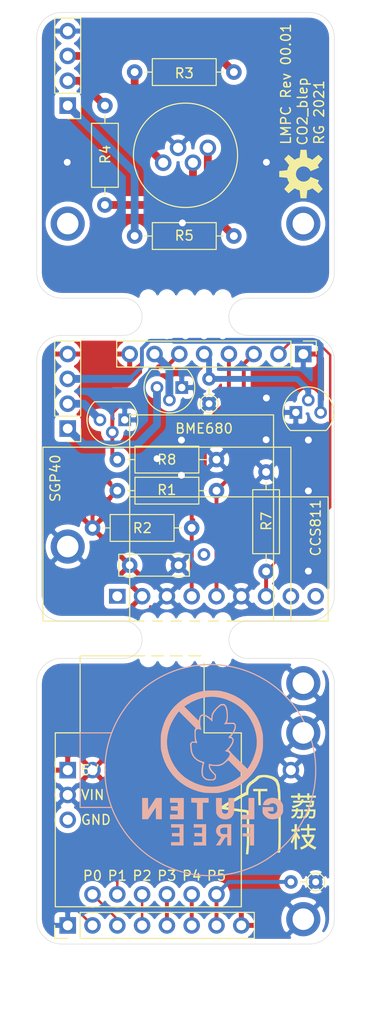
<source format=kicad_pcb>
(kicad_pcb (version 20171130) (host pcbnew 5.1.6)
  (layers (0 F.Cu signal) (31 B.Cu signal) (34 B.Paste user) (35 F.Paste user) (36 B.SilkS user) (37 F.SilkS user) (38 B.Mask user) (39 F.Mask user) (44 Edge.Cuts user))
  (net 0 "")
  (net 1 GND)
  (net 2 +3V0)
  (net 3 /LED_C_R)
  (net 4 /LED_C_G)
  (net 5 /LED_C_B)
  (net 6 /P3)
  (net 7 /P4)
  (net 8 /P5)
  (net 9 /SDA)
  (net 10 /SCL)
  (net 11 /CS)
  (net 12 "Net-(U1-Pad3)")
  (net 13 "Net-(U2-Pad1)")
  (net 14 "Net-(U2-Pad8)")
  (net 15 "Net-(U2-Pad9)")
  (net 16 "Net-(D1-Pad4)")
  (net 17 "Net-(D1-Pad3)")
  (net 18 "Net-(D1-Pad2)")
  (module co2_blep:untitled (layer F.Cu) (at 126.7 138)
    (fp_text reference G*** hide)
    (fp_text value LOGO hide)
  )
  (module Aesthetics:OSHW-LOGO-M (layer F.Cu) (at 132.1 72.4 90)
    (fp_text reference "" (at 0 0 90) (layer F.SilkS) (effects (font (size 1.524 1.524))))
    (fp_text value "" (at 0 0 90) (layer F.SilkS) (effects (font (size 1.524 1.524))))
  )
  (module co2_blep:gf2 (layer B.Cu) (at 123 133.3 180)
    (fp_text reference G*** hide)
    (fp_text value LOGO hide)
  )
  (module co2_blep:soupe (layer F.Cu) (at 132.1 138.6)
    (fp_text reference G*** hide)
    (fp_text value LOGO hide)
  )
  (module co2_blep:0.8mm_hole (layer F.Cu) (at 120.015 118.11)
    (fp_text reference H17 hide)
    (fp_text value MountingHole)
    (pad "" np_thru_hole circle (at 0 0) (size 0.8 0.8) (drill 0.8) (layers *.Cu *.Mask))
  )
  (module co2_blep:0.8mm_hole (layer F.Cu) (at 118.11 85.09)
    (fp_text reference H30 hide)
    (fp_text value MountingHole)
    (pad "" np_thru_hole circle (at 0 0) (size 0.8 0.8) (drill 0.8) (layers *.Cu *.Mask))
  )
  (module co2_blep:0.8mm_hole (layer F.Cu) (at 123.825 118.11)
    (fp_text reference H29 hide)
    (fp_text value MountingHole)
    (pad "" np_thru_hole circle (at 0 0) (size 0.8 0.8) (drill 0.8) (layers *.Cu *.Mask))
  )
  (module co2_blep:0.8mm_hole (layer F.Cu) (at 123.825 85.09)
    (fp_text reference H28 hide)
    (fp_text value MountingHole)
    (pad "" np_thru_hole circle (at 0 0) (size 0.8 0.8) (drill 0.8) (layers *.Cu *.Mask))
  )
  (module co2_blep:0.8mm_hole (layer F.Cu) (at 118.11 88.9)
    (fp_text reference H27 hide)
    (fp_text value MountingHole)
    (pad "" np_thru_hole circle (at 0 0) (size 0.8 0.8) (drill 0.8) (layers *.Cu *.Mask))
  )
  (module co2_blep:0.8mm_hole (layer F.Cu) (at 116.205 118.11)
    (fp_text reference H26 hide)
    (fp_text value MountingHole)
    (pad "" np_thru_hole circle (at 0 0) (size 0.8 0.8) (drill 0.8) (layers *.Cu *.Mask))
  )
  (module co2_blep:0.8mm_hole (layer F.Cu) (at 121.92 118.11)
    (fp_text reference H25 hide)
    (fp_text value MountingHole)
    (pad "" np_thru_hole circle (at 0 0) (size 0.8 0.8) (drill 0.8) (layers *.Cu *.Mask))
  )
  (module co2_blep:0.8mm_hole (layer F.Cu) (at 121.92 85.09)
    (fp_text reference H24 hide)
    (fp_text value MountingHole)
    (pad "" np_thru_hole circle (at 0 0) (size 0.8 0.8) (drill 0.8) (layers *.Cu *.Mask))
  )
  (module co2_blep:0.8mm_hole (layer F.Cu) (at 116.205 85.09)
    (fp_text reference H23 hide)
    (fp_text value MountingHole)
    (pad "" np_thru_hole circle (at 0 0) (size 0.8 0.8) (drill 0.8) (layers *.Cu *.Mask))
  )
  (module co2_blep:0.8mm_hole (layer F.Cu) (at 123.825 121.92)
    (fp_text reference H22 hide)
    (fp_text value MountingHole)
    (pad "" np_thru_hole circle (at 0 0) (size 0.8 0.8) (drill 0.8) (layers *.Cu *.Mask))
  )
  (module co2_blep:0.8mm_hole (layer F.Cu) (at 116.205 121.92)
    (fp_text reference H21 hide)
    (fp_text value MountingHole)
    (pad "" np_thru_hole circle (at 0 0) (size 0.8 0.8) (drill 0.8) (layers *.Cu *.Mask))
  )
  (module co2_blep:0.8mm_hole (layer F.Cu) (at 118.11 118.11)
    (fp_text reference H18 hide)
    (fp_text value MountingHole)
    (pad "" np_thru_hole circle (at 0 0) (size 0.8 0.8) (drill 0.8) (layers *.Cu *.Mask))
  )
  (module co2_blep:0.8mm_hole (layer F.Cu) (at 123.825 88.9)
    (fp_text reference H16 hide)
    (fp_text value MountingHole)
    (pad "" np_thru_hole circle (at 0 0) (size 0.8 0.8) (drill 0.8) (layers *.Cu *.Mask))
  )
  (module co2_blep:0.8mm_hole (layer F.Cu) (at 120.015 85.09)
    (fp_text reference H15 hide)
    (fp_text value MountingHole)
    (pad "" np_thru_hole circle (at 0 0) (size 0.8 0.8) (drill 0.8) (layers *.Cu *.Mask))
  )
  (module co2_blep:0.8mm_hole (layer F.Cu) (at 120.015 121.92)
    (fp_text reference H14 hide)
    (fp_text value MountingHole)
    (pad "" np_thru_hole circle (at 0 0) (size 0.8 0.8) (drill 0.8) (layers *.Cu *.Mask))
  )
  (module co2_blep:0.8mm_hole (layer F.Cu) (at 121.92 121.92)
    (fp_text reference H13 hide)
    (fp_text value MountingHole)
    (pad "" np_thru_hole circle (at 0 0) (size 0.8 0.8) (drill 0.8) (layers *.Cu *.Mask))
  )
  (module co2_blep:0.8mm_hole (layer F.Cu) (at 120.015 88.9)
    (fp_text reference H12 hide)
    (fp_text value MountingHole)
    (pad "" np_thru_hole circle (at 0 0) (size 0.8 0.8) (drill 0.8) (layers *.Cu *.Mask))
  )
  (module co2_blep:0.8mm_hole (layer F.Cu) (at 116.205 88.9)
    (fp_text reference H11 hide)
    (fp_text value MountingHole)
    (pad "" np_thru_hole circle (at 0 0) (size 0.8 0.8) (drill 0.8) (layers *.Cu *.Mask))
  )
  (module co2_blep:0.8mm_hole (layer F.Cu) (at 118.11 121.92)
    (fp_text reference H10 hide)
    (fp_text value MountingHole)
    (pad "" np_thru_hole circle (at 0 0) (size 0.8 0.8) (drill 0.8) (layers *.Cu *.Mask))
  )
  (module co2_blep:0.8mm_hole (layer F.Cu) (at 121.92 88.9)
    (fp_text reference H9 hide)
    (fp_text value MountingHole)
    (pad "" np_thru_hole circle (at 0 0) (size 0.8 0.8) (drill 0.8) (layers *.Cu *.Mask))
  )
  (module Resistor_THT:R_Axial_DIN0207_L6.3mm_D2.5mm_P10.16mm_Horizontal (layer F.Cu) (at 123.19 101.6 180)
    (fp_text reference R8 (at 5.09 0) (layer F.SilkS))
    (fp_text value R_Small)
    (pad 2 thru_hole oval (at 10.16 0 180) (size 1.6 1.6) (drill 0.8) (layers *.Cu *.Mask) (net 7 /P4))
    (pad 1 thru_hole circle (at 0 0 180) (size 1.6 1.6) (drill 0.8) (layers *.Cu *.Mask) (net 1 GND))
  )
  (module Connector_PinHeader_2.54mm:PinHeader_1x08_P2.54mm_Vertical (layer F.Cu) (at 107.95 149.225 90)
    (fp_text reference J1 hide)
    (fp_text value CONN_08BM08B-SRSS-TB)
    (pad 8 thru_hole oval (at 0 17.78 90) (size 1.7 1.7) (drill 1) (layers *.Cu *.Mask) (net 2 +3V0))
    (pad 7 thru_hole oval (at 0 15.24 90) (size 1.7 1.7) (drill 1) (layers *.Cu *.Mask) (net 8 /P5))
    (pad 6 thru_hole oval (at 0 12.7 90) (size 1.7 1.7) (drill 1) (layers *.Cu *.Mask) (net 7 /P4))
    (pad 5 thru_hole oval (at 0 10.16 90) (size 1.7 1.7) (drill 1) (layers *.Cu *.Mask) (net 6 /P3))
    (pad 4 thru_hole oval (at 0 7.62 90) (size 1.7 1.7) (drill 1) (layers *.Cu *.Mask) (net 10 /SCL))
    (pad 3 thru_hole oval (at 0 5.08 90) (size 1.7 1.7) (drill 1) (layers *.Cu *.Mask) (net 9 /SDA))
    (pad 2 thru_hole oval (at 0 2.54 90) (size 1.7 1.7) (drill 1) (layers *.Cu *.Mask) (net 11 /CS))
    (pad 1 thru_hole rect (at 0 0 90) (size 1.7 1.7) (drill 1) (layers *.Cu *.Mask) (net 1 GND))
  )
  (module Package_TO_SOT_THT:TO-92 (layer F.Cu) (at 131.318 96.774)
    (fp_text reference Q1 hide)
    (fp_text value Q_NMOS_SGD)
    (pad 1 thru_hole rect (at 0 0 90) (size 1.3 1.3) (drill 0.75) (layers *.Cu *.Mask) (net 1 GND))
    (pad 3 thru_hole circle (at 2.54 0 90) (size 1.3 1.3) (drill 0.75) (layers *.Cu *.Mask) (net 3 /LED_C_R))
    (pad 2 thru_hole circle (at 1.27 -1.27 90) (size 1.3 1.3) (drill 0.75) (layers *.Cu *.Mask) (net 6 /P3))
  )
  (module Package_TO_SOT_THT:TO-92 (layer F.Cu) (at 119.634 94.234 180)
    (fp_text reference Q3 hide)
    (fp_text value Q_NMOS_SGD)
    (pad 1 thru_hole rect (at 0 0 270) (size 1.3 1.3) (drill 0.75) (layers *.Cu *.Mask) (net 1 GND))
    (pad 3 thru_hole circle (at 2.54 0 270) (size 1.3 1.3) (drill 0.75) (layers *.Cu *.Mask) (net 5 /LED_C_B))
    (pad 2 thru_hole circle (at 1.27 -1.27 270) (size 1.3 1.3) (drill 0.75) (layers *.Cu *.Mask) (net 8 /P5))
  )
  (module Connector_PinHeader_2.54mm:PinHeader_1x04_P2.54mm_Vertical (layer F.Cu) (at 107.95 65.405 180)
    (fp_text reference J4 hide)
    (fp_text value CONN_04)
    (pad 4 thru_hole oval (at 0 7.62 180) (size 1.7 1.7) (drill 1) (layers *.Cu *.Mask) (net 2 +3V0))
    (pad 3 thru_hole oval (at 0 5.08 180) (size 1.7 1.7) (drill 1) (layers *.Cu *.Mask) (net 3 /LED_C_R))
    (pad 2 thru_hole oval (at 0 2.54 180) (size 1.7 1.7) (drill 1) (layers *.Cu *.Mask) (net 4 /LED_C_G))
    (pad 1 thru_hole rect (at 0 0 180) (size 1.7 1.7) (drill 1) (layers *.Cu *.Mask) (net 5 /LED_C_B))
  )
  (module Connector_PinHeader_2.54mm:PinHeader_1x04_P2.54mm_Vertical (layer F.Cu) (at 107.95 98.425 180)
    (fp_text reference J3 hide)
    (fp_text value CONN_04)
    (pad 4 thru_hole oval (at 0 7.62 180) (size 1.7 1.7) (drill 1) (layers *.Cu *.Mask) (net 2 +3V0))
    (pad 3 thru_hole oval (at 0 5.08 180) (size 1.7 1.7) (drill 1) (layers *.Cu *.Mask) (net 3 /LED_C_R))
    (pad 2 thru_hole oval (at 0 2.54 180) (size 1.7 1.7) (drill 1) (layers *.Cu *.Mask) (net 4 /LED_C_G))
    (pad 1 thru_hole rect (at 0 0 180) (size 1.7 1.7) (drill 1) (layers *.Cu *.Mask) (net 5 /LED_C_B))
  )
  (module MountingHole:MountingHole_2.2mm_M2_ISO7380_Pad (layer F.Cu) (at 132.08 77.47)
    (fp_text reference H6 hide)
    (fp_text value MountingHole_Pad)
    (pad 1 thru_hole circle (at 0 0) (size 3.5 3.5) (drill 2.2) (layers *.Cu *.Mask) (net 1 GND))
  )
  (module MountingHole:MountingHole_2.2mm_M2_ISO7380_Pad (layer F.Cu) (at 132.08 148.59 180)
    (fp_text reference H5 hide)
    (fp_text value MountingHole_Pad)
    (pad 1 thru_hole circle (at 0 0 180) (size 3.5 3.5) (drill 2.2) (layers *.Cu *.Mask) (net 1 GND))
  )
  (module MountingHole:MountingHole_2.2mm_M2_ISO7380_Pad (layer F.Cu) (at 107.95 77.47)
    (fp_text reference H4 hide)
    (fp_text value MountingHole_Pad)
    (pad 1 thru_hole circle (at 0 0) (size 3.5 3.5) (drill 2.2) (layers *.Cu *.Mask) (net 1 GND))
  )
  (module co2_blep:sgp40_bme680_ccs811 (layer F.Cu) (at 123.19 115.57)
    (fp_text reference U2 hide)
    (fp_text value SGP40_BME680_CCS811)
    (fp_text user CCS811 (at 10.16 -6.985 90) (layer F.SilkS))
    (fp_text user BME680 (at -1.27 -17.145) (layer F.SilkS))
    (fp_text user SGP40 (at -16.51 -12.065 90) (layer F.SilkS))
    (pad 9 thru_hole circle (at 10.16 0) (size 1.7018 1.7018) (drill 1.016) (layers *.Cu *.Mask) (net 15 "Net-(U2-Pad9)"))
    (pad 8 thru_hole circle (at 7.62 0) (size 1.7018 1.7018) (drill 1.016) (layers *.Cu *.Mask) (net 14 "Net-(U2-Pad8)"))
    (pad 7 thru_hole circle (at 5.08 0) (size 1.7018 1.7018) (drill 1.016) (layers *.Cu *.Mask) (net 11 /CS))
    (pad 6 thru_hole circle (at 2.54 0) (size 1.7018 1.7018) (drill 1.016) (layers *.Cu *.Mask) (net 1 GND))
    (pad 5 thru_hole circle (at 0 0) (size 1.7018 1.7018) (drill 1.016) (layers *.Cu *.Mask) (net 9 /SDA))
    (pad 4 thru_hole circle (at -2.54 0) (size 1.7018 1.7018) (drill 1.016) (layers *.Cu *.Mask) (net 10 /SCL))
    (pad 3 thru_hole circle (at -5.08 0) (size 1.7018 1.7018) (drill 1.016) (layers *.Cu *.Mask) (net 1 GND))
    (pad 2 thru_hole circle (at -7.62 0) (size 1.7018 1.7018) (drill 1.016) (layers *.Cu *.Mask) (net 2 +3V0))
    (pad 1 thru_hole rect (at -10.16 0) (size 1.7018 1.524) (drill 1.016) (layers *.Cu *.Mask) (net 13 "Net-(U2-Pad1)"))
  )
  (module co2_blep:digispark_tiny85 (layer F.Cu) (at 107.95 133.35)
    (fp_text reference U1 hide)
    (fp_text value digispark_tiny85)
    (fp_text user GND (at 1.27 5.08) (layer F.SilkS) (effects (justify left)))
    (fp_text user VIN (at 1.27 2.54) (layer F.SilkS) (effects (justify left)))
    (fp_text user 5V (at 1.27 0) (layer F.SilkS) (effects (justify left)))
    (fp_text user P5 (at 15.24 10.795) (layer F.SilkS))
    (fp_text user P4 (at 12.7 10.795) (layer F.SilkS))
    (fp_text user P3 (at 10.16 10.795) (layer F.SilkS))
    (fp_text user P2 (at 7.62 10.795) (layer F.SilkS))
    (fp_text user P1 (at 5.08 10.795) (layer F.SilkS))
    (fp_text user P0 (at 2.54 10.795) (layer F.SilkS))
    (pad 9 thru_hole circle (at 15.24 12.7) (size 1.7018 1.7018) (drill 1.016) (layers *.Cu *.Mask) (net 8 /P5))
    (pad 8 thru_hole circle (at 12.7 12.7) (size 1.7018 1.7018) (drill 1.016) (layers *.Cu *.Mask) (net 7 /P4))
    (pad 7 thru_hole circle (at 10.16 12.7) (size 1.7018 1.7018) (drill 1.016) (layers *.Cu *.Mask) (net 6 /P3))
    (pad 6 thru_hole circle (at 7.62 12.7) (size 1.7018 1.7018) (drill 1.016) (layers *.Cu *.Mask) (net 10 /SCL))
    (pad 5 thru_hole circle (at 5.08 12.7) (size 1.7018 1.7018) (drill 1.016) (layers *.Cu *.Mask) (net 11 /CS))
    (pad 4 thru_hole circle (at 2.54 12.7) (size 1.7018 1.7018) (drill 1.016) (layers *.Cu *.Mask) (net 9 /SDA))
    (pad 3 thru_hole circle (at 0 5.08) (size 1.7018 1.7018) (drill 1.016) (layers *.Cu *.Mask) (net 12 "Net-(U1-Pad3)"))
    (pad 2 thru_hole circle (at 0 2.54) (size 1.7018 1.7018) (drill 1.016) (layers *.Cu *.Mask) (net 1 GND))
    (pad 1 thru_hole rect (at 0 0) (size 1.7018 1.7018) (drill 1.016) (layers *.Cu *.Mask) (net 2 +3V0))
  )
  (module Resistor_THT:R_Axial_DIN0204_L3.6mm_D1.6mm_P2.54mm_Vertical (layer F.Cu) (at 133.35 144.78 180)
    (fp_text reference R9 hide)
    (fp_text value R_Small)
    (pad 2 thru_hole oval (at 2.54 0 180) (size 1.4 1.4) (drill 0.7) (layers *.Cu *.Mask) (net 8 /P5))
    (pad 1 thru_hole circle (at 0 0 180) (size 1.4 1.4) (drill 0.7) (layers *.Cu *.Mask) (net 1 GND))
  )
  (module Resistor_THT:R_Axial_DIN0204_L3.6mm_D1.6mm_P2.54mm_Vertical (layer F.Cu) (at 122.428 95.885 90)
    (fp_text reference R6 hide)
    (fp_text value R_Small)
    (pad 2 thru_hole oval (at 2.54 0 90) (size 1.4 1.4) (drill 0.7) (layers *.Cu *.Mask) (net 6 /P3))
    (pad 1 thru_hole circle (at 0 0 90) (size 1.4 1.4) (drill 0.7) (layers *.Cu *.Mask) (net 1 GND))
  )
  (module Package_TO_SOT_THT:TO-92 (layer F.Cu) (at 113.792 97.536 180)
    (fp_text reference Q2 hide)
    (fp_text value Q_NMOS_SGD)
    (pad 1 thru_hole rect (at 0 0 270) (size 1.3 1.3) (drill 0.75) (layers *.Cu *.Mask) (net 1 GND))
    (pad 3 thru_hole circle (at 2.54 0 270) (size 1.3 1.3) (drill 0.75) (layers *.Cu *.Mask) (net 4 /LED_C_G))
    (pad 2 thru_hole circle (at 1.27 -1.27 270) (size 1.3 1.3) (drill 0.75) (layers *.Cu *.Mask) (net 7 /P4))
  )
  (module co2_blep:led1 (layer F.Cu) (at 120.015 70.485 180)
    (fp_text reference D1 hide)
    (fp_text value LED_ARGB)
    (pad 4 thru_hole circle (at -2.286 0.762 180) (size 1.7018 1.7018) (drill 1.016) (layers *.Cu *.Mask) (net 16 "Net-(D1-Pad4)"))
    (pad 3 thru_hole circle (at -0.762 -0.762 180) (size 1.7018 1.7018) (drill 1.016) (layers *.Cu *.Mask) (net 17 "Net-(D1-Pad3)"))
    (pad 1 thru_hole circle (at 0.762 0.762 180) (size 1.7018 1.7018) (drill 1.016) (layers *.Cu *.Mask) (net 2 +3V0))
    (pad 2 thru_hole circle (at 2.286 -0.762 180) (size 1.7018 1.7018) (drill 1.016) (layers *.Cu *.Mask) (net 18 "Net-(D1-Pad2)"))
  )
  (module Capacitor_THT:C_Rect_L7.0mm_W2.0mm_P5.00mm (layer F.Cu) (at 119.3 112.395 180)
    (fp_text reference C2 hide)
    (fp_text value C_Small)
    (pad 2 thru_hole circle (at 5 0 180) (size 1.6 1.6) (drill 0.8) (layers *.Cu *.Mask) (net 2 +3V0))
    (pad 1 thru_hole circle (at 0 0 180) (size 1.6 1.6) (drill 0.8) (layers *.Cu *.Mask) (net 1 GND))
  )
  (module co2_blep:2032_holder (layer B.Cu) (at 130.81 133.35 180)
    (fp_text reference BT1 hide)
    (fp_text value Battery_Cell)
    (pad 1 thru_hole circle (at 20.32 0 180) (size 1.7018 1.7018) (drill 1.016) (layers *.Cu *.Mask) (net 2 +3V0))
    (pad 2 thru_hole circle (at 0 0 180) (size 1.7018 1.7018) (drill 1.016) (layers *.Cu *.Mask) (net 1 GND))
  )
  (module Resistor_THT:R_Axial_DIN0207_L6.3mm_D2.5mm_P10.16mm_Horizontal (layer F.Cu) (at 113.03 104.775)
    (fp_text reference R1 (at 5.07 -0.075) (layer F.SilkS))
    (fp_text value R_Small)
    (pad 2 thru_hole oval (at 10.16 0) (size 1.6 1.6) (drill 0.8) (layers *.Cu *.Mask) (net 9 /SDA))
    (pad 1 thru_hole circle (at 0 0) (size 1.6 1.6) (drill 0.8) (layers *.Cu *.Mask) (net 2 +3V0))
  )
  (module Resistor_THT:R_Axial_DIN0207_L6.3mm_D2.5mm_P10.16mm_Horizontal (layer F.Cu) (at 110.49 108.585)
    (fp_text reference R2 (at 5.11 0.015) (layer F.SilkS))
    (fp_text value R_Small)
    (pad 2 thru_hole oval (at 10.16 0) (size 1.6 1.6) (drill 0.8) (layers *.Cu *.Mask) (net 10 /SCL))
    (pad 1 thru_hole circle (at 0 0) (size 1.6 1.6) (drill 0.8) (layers *.Cu *.Mask) (net 2 +3V0))
  )
  (module Resistor_THT:R_Axial_DIN0207_L6.3mm_D2.5mm_P10.16mm_Horizontal (layer F.Cu) (at 124.968 61.976 180)
    (fp_text reference R3 (at 5.08 -0.124) (layer F.SilkS))
    (fp_text value R_Small)
    (pad 2 thru_hole oval (at 10.16 0 180) (size 1.6 1.6) (drill 0.8) (layers *.Cu *.Mask) (net 18 "Net-(D1-Pad2)"))
    (pad 1 thru_hole circle (at 0 0 180) (size 1.6 1.6) (drill 0.8) (layers *.Cu *.Mask) (net 3 /LED_C_R))
  )
  (module Resistor_THT:R_Axial_DIN0207_L6.3mm_D2.5mm_P10.16mm_Horizontal (layer F.Cu) (at 111.76 65.405 270)
    (fp_text reference R4 (at 4.995 -0.04 90) (layer F.SilkS))
    (fp_text value R_Small)
    (pad 2 thru_hole oval (at 10.16 0 270) (size 1.6 1.6) (drill 0.8) (layers *.Cu *.Mask) (net 17 "Net-(D1-Pad3)"))
    (pad 1 thru_hole circle (at 0 0 270) (size 1.6 1.6) (drill 0.8) (layers *.Cu *.Mask) (net 4 /LED_C_G))
  )
  (module Resistor_THT:R_Axial_DIN0207_L6.3mm_D2.5mm_P10.16mm_Horizontal (layer F.Cu) (at 114.808 78.74)
    (fp_text reference R5 (at 5.08 -0.04) (layer F.SilkS))
    (fp_text value R_Small)
    (pad 2 thru_hole oval (at 10.16 0) (size 1.6 1.6) (drill 0.8) (layers *.Cu *.Mask) (net 16 "Net-(D1-Pad4)"))
    (pad 1 thru_hole circle (at 0 0) (size 1.6 1.6) (drill 0.8) (layers *.Cu *.Mask) (net 5 /LED_C_B))
  )
  (module Resistor_THT:R_Axial_DIN0207_L6.3mm_D2.5mm_P10.16mm_Horizontal (layer F.Cu) (at 128.27 102.87 270)
    (fp_text reference R7 (at 5.03 -0.03 90) (layer F.SilkS))
    (fp_text value R_Small)
    (pad 2 thru_hole oval (at 10.16 0 270) (size 1.6 1.6) (drill 0.8) (layers *.Cu *.Mask) (net 11 /CS))
    (pad 1 thru_hole circle (at 0 0 270) (size 1.6 1.6) (drill 0.8) (layers *.Cu *.Mask) (net 1 GND))
  )
  (module Connector_PinHeader_2.54mm:PinHeader_1x08_P2.54mm_Vertical (layer F.Cu) (at 132.08 90.805 270)
    (fp_text reference J2 hide)
    (fp_text value CONN_08BM08B-SRSS-TB)
    (pad 8 thru_hole oval (at 0 17.78 270) (size 1.7 1.7) (drill 1) (layers *.Cu *.Mask) (net 2 +3V0))
    (pad 7 thru_hole oval (at 0 15.24 270) (size 1.7 1.7) (drill 1) (layers *.Cu *.Mask) (net 8 /P5))
    (pad 6 thru_hole oval (at 0 12.7 270) (size 1.7 1.7) (drill 1) (layers *.Cu *.Mask) (net 7 /P4))
    (pad 5 thru_hole oval (at 0 10.16 270) (size 1.7 1.7) (drill 1) (layers *.Cu *.Mask) (net 6 /P3))
    (pad 4 thru_hole oval (at 0 7.62 270) (size 1.7 1.7) (drill 1) (layers *.Cu *.Mask) (net 10 /SCL))
    (pad 3 thru_hole oval (at 0 5.08 270) (size 1.7 1.7) (drill 1) (layers *.Cu *.Mask) (net 9 /SDA))
    (pad 2 thru_hole oval (at 0 2.54 270) (size 1.7 1.7) (drill 1) (layers *.Cu *.Mask) (net 11 /CS))
    (pad 1 thru_hole rect (at 0 0 270) (size 1.7 1.7) (drill 1) (layers *.Cu *.Mask) (net 1 GND))
  )
  (module MountingHole:MountingHole_2.2mm_M2_ISO7380_Pad (layer F.Cu) (at 132.08 124.46 180)
    (fp_text reference H1 hide)
    (fp_text value MountingHole_Pad)
    (pad 1 thru_hole circle (at 0 0 180) (size 3.5 3.5) (drill 2.2) (layers *.Cu *.Mask) (net 1 GND))
  )
  (module MountingHole:MountingHole_2.2mm_M2_ISO7380_Pad (layer F.Cu) (at 107.95 110.49)
    (fp_text reference H2 hide)
    (fp_text value MountingHole_Pad)
    (pad 1 thru_hole circle (at 0 0) (size 3.5 3.5) (drill 2.2) (layers *.Cu *.Mask) (net 1 GND))
  )
  (module MountingHole:MountingHole_2.2mm_M2_ISO7380_Pad (layer F.Cu) (at 132.08 129.54 180)
    (fp_text reference H3 hide)
    (fp_text value MountingHole_Pad)
    (pad 1 thru_hole circle (at 0 0 180) (size 3.5 3.5) (drill 2.2) (layers *.Cu *.Mask) (net 1 GND))
  )
  (gr_text CO2_blep (at 132 66 90) (layer F.SilkS) (effects (font (size 1 1))))
  (gr_text "RG 2021" (at 133.7 66.1 90) (layer F.SilkS) (effects (font (size 1 1))))
  (gr_text "LMPC Rev 00.01" (at 130.3 63.2 90) (layer F.SilkS) (effects (font (size 1 1))))
  (gr_line (start 132.715 121.92) (end 126.365 121.92) (layer Edge.Cuts) (width 0.05))
  (gr_line (start 126.365 118.11) (end 132.715 118.11) (layer Edge.Cuts) (width 0.05))
  (gr_line (start 113.665 121.92) (end 107.315 121.92) (layer Edge.Cuts) (width 0.05))
  (gr_line (start 107.315 118.11) (end 113.665 118.11) (layer Edge.Cuts) (width 0.05))
  (gr_arc (start 113.665 120.015) (end 113.665 121.92) (angle -90) (layer Edge.Cuts) (width 0.05))
  (gr_arc (start 113.665 120.015) (end 115.57 120.015) (angle -90) (layer Edge.Cuts) (width 0.05))
  (gr_arc (start 126.365 120.015) (end 124.46 120.015) (angle -90) (layer Edge.Cuts) (width 0.05))
  (gr_arc (start 126.365 120.015) (end 126.365 118.11) (angle -90) (layer Edge.Cuts) (width 0.05))
  (gr_line (start 127 88.9) (end 126.365 88.9) (layer Edge.Cuts) (width 0.05))
  (gr_line (start 132.715 88.9) (end 127 88.9) (layer Edge.Cuts) (width 0.05))
  (gr_line (start 126.365 85.09) (end 132.715 85.09) (layer Edge.Cuts) (width 0.05))
  (gr_line (start 113.665 85.09) (end 107.315 85.09) (layer Edge.Cuts) (width 0.05))
  (gr_line (start 107.315 88.9) (end 113.665 88.9) (layer Edge.Cuts) (width 0.05))
  (gr_arc (start 126.365 86.995) (end 124.46 86.995) (angle -90) (layer Edge.Cuts) (width 0.05))
  (gr_arc (start 126.365 86.995) (end 126.365 85.09) (angle -90) (layer Edge.Cuts) (width 0.05))
  (gr_arc (start 113.665 86.995) (end 113.665 88.9) (angle -90) (layer Edge.Cuts) (width 0.05))
  (gr_arc (start 113.665 86.995) (end 115.57 86.995) (angle -90) (layer Edge.Cuts) (width 0.05))
  (gr_arc (start 107.315 82.55) (end 104.775 82.55) (angle -90) (layer Edge.Cuts) (width 0.05))
  (gr_arc (start 132.715 82.55) (end 132.715 85.09) (angle -90) (layer Edge.Cuts) (width 0.05))
  (gr_arc (start 132.715 58.42) (end 135.255 58.42) (angle -90) (layer Edge.Cuts) (width 0.05))
  (gr_arc (start 107.315 58.42) (end 107.315 55.88) (angle -90) (layer Edge.Cuts) (width 0.05))
  (gr_arc (start 107.315 124.46) (end 107.315 121.92) (angle -90) (layer Edge.Cuts) (width 0.05))
  (gr_arc (start 132.715 124.46) (end 135.255 124.46) (angle -90) (layer Edge.Cuts) (width 0.05))
  (gr_arc (start 132.715 148.59) (end 132.715 151.13) (angle -90) (layer Edge.Cuts) (width 0.05))
  (gr_arc (start 107.315 148.59) (end 104.775 148.59) (angle -90) (layer Edge.Cuts) (width 0.05))
  (gr_arc (start 107.315 91.44) (end 107.315 88.9) (angle -90) (layer Edge.Cuts) (width 0.05))
  (gr_arc (start 132.715 91.44) (end 135.255 91.44) (angle -90) (layer Edge.Cuts) (width 0.05))
  (gr_arc (start 132.715 115.57) (end 132.715 118.11) (angle -90) (layer Edge.Cuts) (width 0.05))
  (gr_arc (start 107.315 115.57) (end 104.775 115.57) (angle -90) (layer Edge.Cuts) (width 0.05))
  (gr_line (start 135.255 58.42) (end 135.255 82.55) (layer Edge.Cuts) (width 0.05))
  (gr_line (start 104.775 58.42) (end 104.775 82.55) (layer Edge.Cuts) (width 0.05))
  (gr_line (start 132.715 55.88) (end 107.315 55.88) (layer Edge.Cuts) (width 0.05))
  (gr_line (start 104.775 148.59) (end 104.775 124.46) (layer Edge.Cuts) (width 0.05))
  (gr_line (start 135.255 148.59) (end 135.255 124.46) (layer Edge.Cuts) (width 0.05))
  (gr_line (start 107.315 151.13) (end 132.715 151.13) (layer Edge.Cuts) (width 0.05))
  (gr_line (start 104.775 91.44) (end 104.775 115.57) (layer Edge.Cuts) (width 0.05))
  (gr_line (start 135.255 91.44) (end 135.255 115.57) (layer Edge.Cuts) (width 0.05))
  (via (at 121.9 111.3) (size 1.3) (drill 0.7) (layers F.Cu B.Cu) (net 0))
  (via (at 128.27 99.568) (size 1.3) (drill 0.7) (layers F.Cu B.Cu) (net 1))
  (via (at 128.3 95.3) (size 1.3) (drill 0.7) (layers F.Cu B.Cu) (net 1))
  (via (at 132.6 99.6) (size 1.3) (drill 0.7) (layers F.Cu B.Cu) (net 1))
  (via (at 119.6 99.6) (size 1.3) (drill 0.7) (layers F.Cu B.Cu) (net 1))
  (via (at 119.6 103.2) (size 1.3) (drill 0.7) (layers F.Cu B.Cu) (net 1))
  (via (at 117.1 101.5) (size 1.3) (drill 0.7) (layers F.Cu B.Cu) (net 1))
  (via (at 132.6 104.8) (size 1.3) (drill 0.7) (layers F.Cu B.Cu) (net 1))
  (via (at 132.6 113) (size 1.3) (drill 0.7) (layers F.Cu B.Cu) (net 1))
  (segment (start 110.49 107.315) (end 113.03 104.775) (width 0.4) (layer F.Cu) (net 2))
  (segment (start 110.49 108.585) (end 110.49 107.315) (width 0.4) (layer F.Cu) (net 2))
  (via (at 128.3 71.2) (size 1.3) (drill 0.7) (layers F.Cu B.Cu) (net 2))
  (via (at 107.9 71.2) (size 1.3) (drill 0.7) (layers F.Cu B.Cu) (net 2))
  (via (at 119.7 77.4) (size 1.3) (drill 0.7) (layers F.Cu B.Cu) (net 2))
  (segment (start 133.858 96.774) (end 133.858 89.916) (width 0.6) (layer B.Cu) (net 3))
  (segment (start 133.10808 89.463825) (end 133.030201 89.449918) (width 0.6) (layer B.Cu) (net 3))
  (segment (start 133.185345 89.480777) (end 133.10808 89.463825) (width 0.6) (layer B.Cu) (net 3))
  (segment (start 133.309814 89.605246) (end 133.185345 89.480777) (width 0.6) (layer B.Cu) (net 3))
  (segment (start 133.547246 89.605246) (end 133.309814 89.605246) (width 0.6) (layer B.Cu) (net 3))
  (segment (start 133.858 89.916) (end 133.547246 89.605246) (width 0.6) (layer B.Cu) (net 3))
  (segment (start 133.261918 89.500758) (end 133.337655 89.523733) (width 0.6) (layer B.Cu) (net 3))
  (segment (start 133.185371 89.480783) (end 133.261918 89.500758) (width 0.6) (layer B.Cu) (net 3))
  (segment (start 133.108102 89.46383) (end 133.185371 89.480783) (width 0.6) (layer B.Cu) (net 3))
  (segment (start 133.030201 89.449918) (end 133.108102 89.46383) (width 0.6) (layer B.Cu) (net 3))
  (segment (start 118.830082 89.449918) (end 118.872 89.408) (width 0.4) (layer B.Cu) (net 3))
  (segment (start 133.030201 89.449918) (end 118.830082 89.449918) (width 0.6) (layer B.Cu) (net 3))
  (segment (start 107.95 93.345) (end 109.347 93.345) (width 0.4) (layer B.Cu) (net 3))
  (segment (start 115.550001 90.244997) (end 115.550001 92.094999) (width 0.4) (layer B.Cu) (net 3))
  (segment (start 116.34508 89.449918) (end 115.550001 90.244997) (width 0.4) (layer B.Cu) (net 3))
  (segment (start 118.830082 89.449918) (end 116.34508 89.449918) (width 0.4) (layer B.Cu) (net 3))
  (segment (start 114.3 93.345) (end 109.347 93.345) (width 0.4) (layer B.Cu) (net 3))
  (segment (start 115.550001 92.094999) (end 114.3 93.345) (width 0.4) (layer B.Cu) (net 3))
  (segment (start 107.95 93.345) (end 114.3 93.345) (width 0.8) (layer B.Cu) (net 3))
  (segment (start 123.317 60.325) (end 107.95 60.325) (width 0.8) (layer F.Cu) (net 3))
  (segment (start 124.968 61.976) (end 123.317 60.325) (width 0.8) (layer F.Cu) (net 3))
  (segment (start 109.601 95.885) (end 107.95 95.885) (width 0.8) (layer B.Cu) (net 4))
  (segment (start 111.252 97.536) (end 109.601 95.885) (width 0.8) (layer B.Cu) (net 4))
  (segment (start 109.22 62.865) (end 107.95 62.865) (width 0.8) (layer F.Cu) (net 4))
  (segment (start 111.76 65.405) (end 109.22 62.865) (width 0.8) (layer F.Cu) (net 4))
  (segment (start 114.808 72.263) (end 107.95 65.405) (width 0.8) (layer B.Cu) (net 5))
  (segment (start 114.808 78.74) (end 114.808 72.263) (width 0.8) (layer B.Cu) (net 5))
  (segment (start 117.094 98.044) (end 117.094 94.234) (width 0.8) (layer B.Cu) (net 5))
  (segment (start 115.081999 100.056001) (end 117.094 98.044) (width 0.8) (layer B.Cu) (net 5))
  (segment (start 109.581001 100.056001) (end 115.081999 100.056001) (width 0.8) (layer B.Cu) (net 5))
  (segment (start 107.95 98.425) (end 109.581001 100.056001) (width 0.8) (layer B.Cu) (net 5))
  (segment (start 118.11 146.685) (end 118.11 146.05) (width 0.4) (layer F.Cu) (net 6))
  (segment (start 122.428 91.313) (end 121.92 90.805) (width 0.6) (layer B.Cu) (net 6))
  (segment (start 122.428 93.345) (end 122.428 91.313) (width 0.6) (layer B.Cu) (net 6))
  (segment (start 132.588 95.504) (end 132.588 94.488) (width 0.6) (layer B.Cu) (net 6))
  (segment (start 131.445 93.345) (end 122.428 93.345) (width 0.6) (layer B.Cu) (net 6))
  (segment (start 132.588 94.488) (end 131.445 93.345) (width 0.6) (layer B.Cu) (net 6))
  (segment (start 118.11 146.05) (end 118.11 149.225) (width 0.4) (layer F.Cu) (net 6))
  (segment (start 120.65 146.685) (end 120.65 146.05) (width 0.4) (layer F.Cu) (net 7))
  (segment (start 112.522 96.785998) (end 112.522 98.806) (width 0.4) (layer F.Cu) (net 7))
  (segment (start 117.252997 92.055001) (end 112.522 96.785998) (width 0.4) (layer F.Cu) (net 7))
  (segment (start 118.129999 92.055001) (end 117.252997 92.055001) (width 0.4) (layer F.Cu) (net 7))
  (segment (start 119.38 90.805) (end 118.129999 92.055001) (width 0.4) (layer F.Cu) (net 7))
  (segment (start 120.65 146.05) (end 120.65 149.225) (width 0.4) (layer F.Cu) (net 7))
  (segment (start 112.522 101.092) (end 113.03 101.6) (width 0.4) (layer F.Cu) (net 7))
  (segment (start 112.522 98.806) (end 112.522 101.092) (width 0.4) (layer F.Cu) (net 7))
  (segment (start 123.19 146.685) (end 123.19 146.05) (width 0.4) (layer F.Cu) (net 8))
  (segment (start 118.364 92.329) (end 118.364 95.504) (width 0.8) (layer B.Cu) (net 8))
  (segment (start 116.84 90.805) (end 118.364 92.329) (width 0.8) (layer B.Cu) (net 8))
  (segment (start 123.19 146.05) (end 123.19 149.225) (width 0.4) (layer F.Cu) (net 8))
  (segment (start 124.46 144.78) (end 123.19 146.05) (width 0.4) (layer B.Cu) (net 8))
  (segment (start 130.81 144.78) (end 124.46 144.78) (width 0.4) (layer B.Cu) (net 8))
  (segment (start 123.19 115.57) (end 123.19 104.775) (width 0.4) (layer F.Cu) (net 9))
  (segment (start 123.19 104.775) (end 125.984 101.981) (width 0.4) (layer F.Cu) (net 9))
  (segment (start 125.984 91.821) (end 127 90.805) (width 0.4) (layer F.Cu) (net 9))
  (segment (start 125.984 101.981) (end 125.984 91.821) (width 0.4) (layer F.Cu) (net 9))
  (segment (start 113.03 148.59) (end 113.03 149.225) (width 0.25) (layer F.Cu) (net 9))
  (segment (start 110.49 146.05) (end 113.03 148.59) (width 0.25) (layer F.Cu) (net 9))
  (segment (start 115.57 146.685) (end 115.57 146.05) (width 0.4) (layer F.Cu) (net 10))
  (segment (start 120.65 115.57) (end 120.65 107.95) (width 0.4) (layer F.Cu) (net 10))
  (segment (start 120.65 107.95) (end 120.815001 107.784999) (width 0.4) (layer F.Cu) (net 10))
  (segment (start 120.65 104.394) (end 120.65 108.585) (width 0.4) (layer F.Cu) (net 10))
  (segment (start 115.57 146.05) (end 115.57 149.225) (width 0.25) (layer F.Cu) (net 10))
  (segment (start 121.989999 97.951003) (end 121.989999 103.054001) (width 0.4) (layer F.Cu) (net 10))
  (segment (start 121.989999 103.054001) (end 120.65 104.394) (width 0.4) (layer F.Cu) (net 10))
  (segment (start 124.46 95.481002) (end 121.989999 97.951003) (width 0.4) (layer F.Cu) (net 10))
  (segment (start 124.46 90.805) (end 124.46 95.481002) (width 0.4) (layer F.Cu) (net 10))
  (segment (start 128.27 115.57) (end 128.27 113.03) (width 0.4) (layer F.Cu) (net 11))
  (segment (start 133.571999 89.629999) (end 130.715001 89.629999) (width 0.25) (layer F.Cu) (net 11))
  (segment (start 134.833001 90.891001) (end 133.571999 89.629999) (width 0.25) (layer F.Cu) (net 11))
  (segment (start 134.833001 106.466999) (end 134.833001 90.891001) (width 0.25) (layer F.Cu) (net 11))
  (segment (start 130.715001 89.629999) (end 129.54 90.805) (width 0.25) (layer F.Cu) (net 11))
  (segment (start 128.27 113.03) (end 134.833001 106.466999) (width 0.25) (layer F.Cu) (net 11))
  (segment (start 113.03 146.05) (end 113.03 144.78) (width 0.25) (layer F.Cu) (net 11))
  (segment (start 113.03 144.78) (end 111.76 143.51) (width 0.25) (layer F.Cu) (net 11))
  (segment (start 111.76 143.51) (end 109.855 143.51) (width 0.25) (layer F.Cu) (net 11))
  (segment (start 109.855 143.51) (end 108.585 144.78) (width 0.25) (layer F.Cu) (net 11))
  (segment (start 108.585 147.32) (end 110.49 149.225) (width 0.25) (layer F.Cu) (net 11))
  (segment (start 108.585 144.78) (end 108.585 147.32) (width 0.25) (layer F.Cu) (net 11))
  (segment (start 122.301 69.723) (end 122.301 76.073) (width 0.8) (layer F.Cu) (net 16))
  (segment (start 122.301 76.073) (end 124.968 78.74) (width 0.8) (layer F.Cu) (net 16))
  (segment (start 120.777 74.295) (end 120.777 71.247) (width 0.8) (layer F.Cu) (net 17))
  (segment (start 119.507 75.565) (end 120.777 74.295) (width 0.8) (layer F.Cu) (net 17))
  (segment (start 111.76 75.565) (end 119.507 75.565) (width 0.8) (layer F.Cu) (net 17))
  (segment (start 114.808 68.326) (end 117.729 71.247) (width 0.8) (layer F.Cu) (net 18))
  (segment (start 114.808 61.976) (end 114.808 68.326) (width 0.8) (layer F.Cu) (net 18))
  (zone (net 1) (net_name GND) (layer B.Cu) (connect_pads (clearance 0.508)) (min_thickness 0.254) (fill yes (arc_segments 32) (thermal_gap 0.508) (thermal_bridge_width 0.508))
    (polygon (pts (xy 104.775 121.92) (xy 135.255 121.92) (xy 135.255 151.13) (xy 104.775 151.13)))
  )
  (zone (net 2) (net_name +3V0) (layer F.Cu) (priority 1) (connect_pads (clearance 0.508)) (min_thickness 0.254) (fill yes (arc_segments 32) (thermal_gap 0.508) (thermal_bridge_width 0.508))
    (polygon (pts (xy 104.775 121.92) (xy 135.255 121.92) (xy 135.255 151.13) (xy 104.775 151.13)))
  )
  (zone (net 1) (net_name GND) (layer B.Cu) (connect_pads (clearance 0.508)) (min_thickness 0.254) (fill yes (arc_segments 32) (thermal_gap 0.508) (thermal_bridge_width 0.508))
    (polygon (pts (xy 135.255 118.11) (xy 104.775 118.11) (xy 104.775 88.9) (xy 135.255 88.9)))
  )
  (zone (net 1) (net_name GND) (layer F.Cu) (connect_pads (clearance 0.508)) (min_thickness 0.254) (fill yes (arc_segments 32) (thermal_gap 0.508) (thermal_bridge_width 0.508))
    (polygon (pts (xy 135.255 118.11) (xy 104.775 118.11) (xy 104.775 88.9) (xy 135.255 88.9)))
  )
  (zone (net 2) (net_name +3V0) (layer B.Cu) (connect_pads (clearance 0.508)) (min_thickness 0.254) (fill yes (arc_segments 32) (thermal_gap 0.508) (thermal_bridge_width 0.508))
    (polygon (pts (xy 135.255 85.09) (xy 104.775 85.09) (xy 104.775 55.88) (xy 135.255 55.88)))
  )
  (zone (net 2) (net_name +3V0) (layer F.Cu) (connect_pads (clearance 0.508)) (min_thickness 0.254) (fill yes (arc_segments 32) (thermal_gap 0.508) (thermal_bridge_width 0.508))
    (polygon (pts (xy 135.255 85.09) (xy 104.775 85.09) (xy 104.775 55.88) (xy 135.255 55.88)))
  )
  (zone (net 2) (net_name +3V0) (layer F.Cu) (priority 1) (connect_pads (clearance 0.508)) (min_thickness 0.254) (fill yes (arc_segments 32) (thermal_gap 0.508) (thermal_bridge_width 0.508))
    (polygon (pts (xy 115.57 89.027) (xy 115.57 94.234) (xy 112.522 94.234) (xy 112.522 108.204) (xy 114.554 111.252) (xy 116.332 113.792) (xy 116.84 118.14175) (xy 112.522 118.11) (xy 104.775 118.11) (xy 104.775 88.9) (xy 112.649 88.9)))
  )
)
</source>
